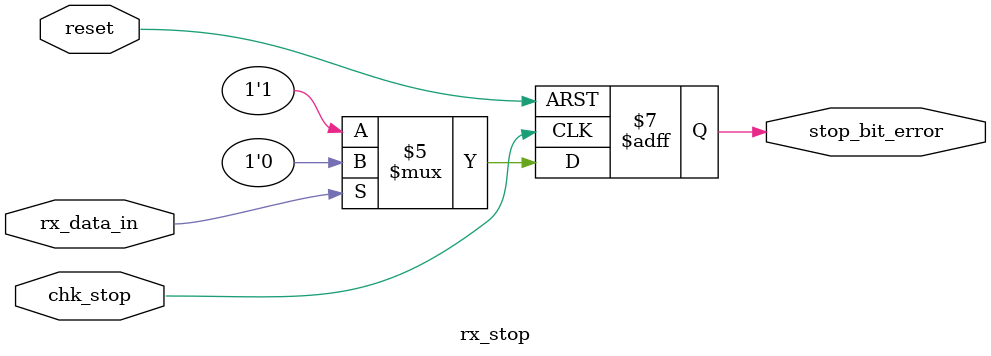
<source format=v>
`timescale 1ps / 1ps


module rx_stop(
    input        reset,
    input        chk_stop,          // fsm pointer that now we ave to stop receiving
    input        rx_data_in,       // sampled RX line at stop-bit time
    output reg   stop_bit_error
);

    always @(posedge chk_stop or posedge reset) begin
        if (reset) begin
            stop_bit_error <= 1'b0;
        end
        else begin
            if (chk_stop==1) begin
                if( rx_data_in == 1'b1)
                    stop_bit_error = 0;
                else
                    stop_bit_error = 1;
            end
        end
    end

endmodule

</source>
